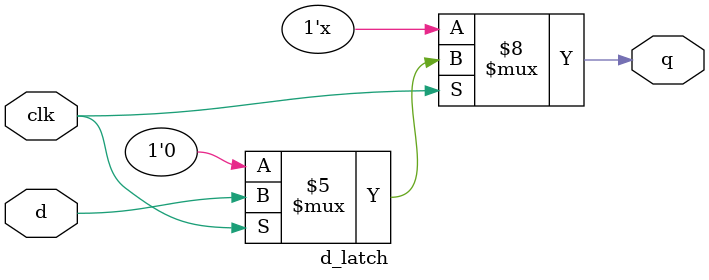
<source format=v>
module d_latch(d,q,clk);
input d;
input clk;
output reg q;

always @ (clk)
    if (clk == 1'b0)
        q <= q;
    else if (clk == 1'b1)
        q <= d;
    else
        q <= 1'b0;
endmodule

</source>
